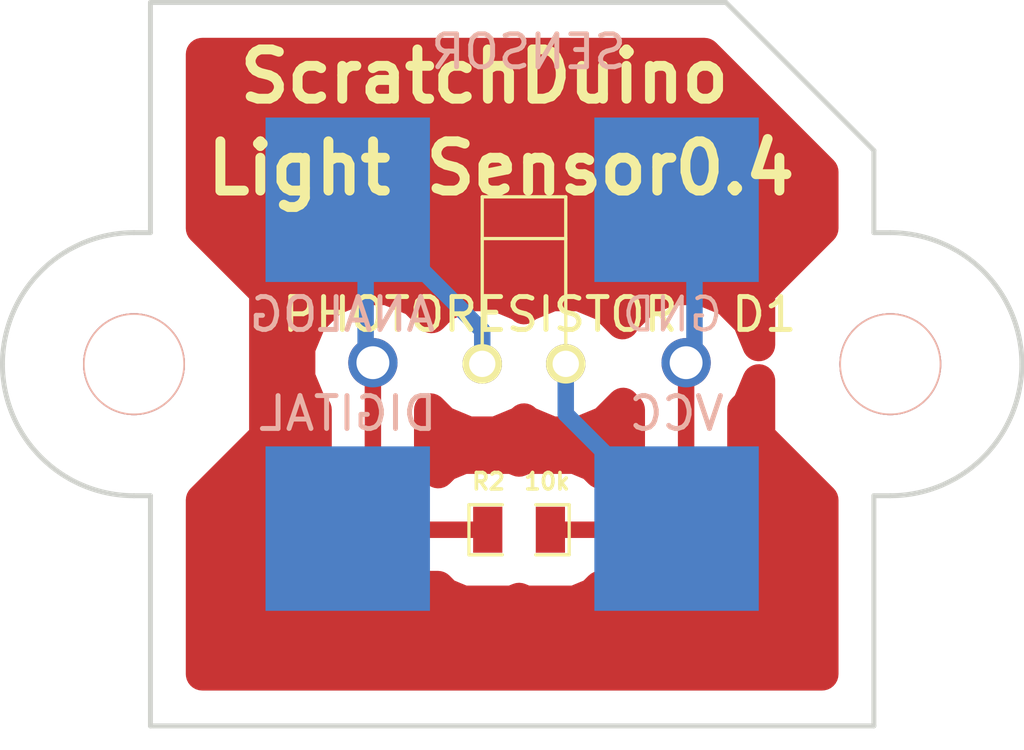
<source format=kicad_pcb>
(kicad_pcb (version 3) (host pcbnew "(2013-may-18)-stable")

  (general
    (links 4)
    (no_connects 0)
    (area 13.488999 14.464999 45.097001 37.773)
    (thickness 1.6)
    (drawings 17)
    (tracks 17)
    (zones 0)
    (modules 3)
    (nets 4)
  )

  (page A3)
  (layers
    (15 F.Cu signal)
    (0 B.Cu signal)
    (16 B.Adhes user hide)
    (17 F.Adhes user hide)
    (18 B.Paste user)
    (19 F.Paste user)
    (20 B.SilkS user)
    (21 F.SilkS user)
    (22 B.Mask user hide)
    (23 F.Mask user)
    (24 Dwgs.User user hide)
    (25 Cmts.User user hide)
    (26 Eco1.User user hide)
    (27 Eco2.User user hide)
    (28 Edge.Cuts user)
  )

  (setup
    (last_trace_width 0.5)
    (trace_clearance 0.254)
    (zone_clearance 1)
    (zone_45_only no)
    (trace_min 0.254)
    (segment_width 0.2)
    (edge_width 0.15)
    (via_size 1.5)
    (via_drill 1)
    (via_min_size 0.889)
    (via_min_drill 0.508)
    (uvia_size 0.508)
    (uvia_drill 0.127)
    (uvias_allowed no)
    (uvia_min_size 0.508)
    (uvia_min_drill 0.127)
    (pcb_text_width 0.3)
    (pcb_text_size 1.5 1.5)
    (mod_edge_width 0.15)
    (mod_text_size 1.5 1.5)
    (mod_text_width 0.15)
    (pad_size 3.1 3.1)
    (pad_drill 3)
    (pad_to_mask_clearance 0.2)
    (aux_axis_origin 0 0)
    (visible_elements FFFFFFBF)
    (pcbplotparams
      (layerselection 284983297)
      (usegerberextensions false)
      (excludeedgelayer true)
      (linewidth 0.100000)
      (plotframeref false)
      (viasonmask false)
      (mode 1)
      (useauxorigin false)
      (hpglpennumber 1)
      (hpglpenspeed 20)
      (hpglpendiameter 15)
      (hpglpenoverlay 2)
      (psnegative false)
      (psa4output false)
      (plotreference true)
      (plotvalue true)
      (plotothertext true)
      (plotinvisibletext false)
      (padsonsilk false)
      (subtractmaskfromsilk false)
      (outputformat 1)
      (mirror false)
      (drillshape 0)
      (scaleselection 1)
      (outputdirectory gerber/))
  )

  (net 0 "")
  (net 1 N-000002)
  (net 2 N-000003)
  (net 3 N-000004)

  (net_class Default "Это класс цепей по умолчанию."
    (clearance 0.254)
    (trace_width 0.5)
    (via_dia 1.5)
    (via_drill 1)
    (uvia_dia 0.508)
    (uvia_drill 0.127)
    (add_net "")
    (add_net N-000002)
    (add_net N-000003)
    (add_net N-000004)
  )

  (module SMD0805 (layer F.Cu) (tedit 55DAB777) (tstamp 55D8D154)
    (at 29.503 30.804 180)
    (path /55D7B939)
    (attr smd)
    (fp_text reference R2 (at 0.928 1.467 180) (layer F.SilkS)
      (effects (font (size 0.50038 0.50038) (thickness 0.10922)))
    )
    (fp_text value 10k (at -0.85 1.467 180) (layer F.SilkS)
      (effects (font (size 0.50038 0.50038) (thickness 0.10922)))
    )
    (fp_line (start -0.508 0.762) (end -1.524 0.762) (layer F.SilkS) (width 0.09906))
    (fp_line (start -1.524 0.762) (end -1.524 -0.762) (layer F.SilkS) (width 0.09906))
    (fp_line (start -1.524 -0.762) (end -0.508 -0.762) (layer F.SilkS) (width 0.09906))
    (fp_line (start 0.508 -0.762) (end 1.524 -0.762) (layer F.SilkS) (width 0.09906))
    (fp_line (start 1.524 -0.762) (end 1.524 0.762) (layer F.SilkS) (width 0.09906))
    (fp_line (start 1.524 0.762) (end 0.508 0.762) (layer F.SilkS) (width 0.09906))
    (pad 1 smd rect (at -0.9525 0 180) (size 0.889 1.397)
      (layers F.Cu F.Paste F.Mask)
      (net 3 N-000004)
    )
    (pad 2 smd rect (at 0.9525 0 180) (size 0.889 1.397)
      (layers F.Cu F.Paste F.Mask)
      (net 2 N-000003)
    )
    (model smd/chip_cms.wrl
      (at (xyz 0 0 0))
      (scale (xyz 0.1 0.1 0.1))
      (rotate (xyz 0 0 0))
    )
  )

  (module PHOTORESISTOR (layer F.Cu) (tedit 55E09B4B) (tstamp 55D8D206)
    (at 28.383 25.759)
    (path /55D7B8F6)
    (fp_text reference D1 (at 8.574 -1.502) (layer F.SilkS)
      (effects (font (size 1 1) (thickness 0.15)))
    )
    (fp_text value PHOTORESISTOR (at -0.062 -1.502) (layer F.SilkS)
      (effects (font (size 1 1) (thickness 0.15)))
    )
    (fp_line (start 0 -3.81) (end 2.54 -3.81) (layer F.SilkS) (width 0.1))
    (fp_line (start 2.54 0) (end 2.54 -5.08) (layer F.SilkS) (width 0.1))
    (fp_line (start 2.54 -5.08) (end 0 -5.08) (layer F.SilkS) (width 0.1))
    (fp_line (start 0 -5.08) (end 0 0) (layer F.SilkS) (width 0.1))
    (pad 2 thru_hole circle (at 0 0) (size 1.2 1.2) (drill 0.8)
      (layers *.Cu *.Mask F.SilkS)
      (net 2 N-000003)
    )
    (pad 1 thru_hole circle (at 2.54 0) (size 1.2 1.2) (drill 0.8)
      (layers *.Cu *.Mask F.SilkS)
      (net 1 N-000002)
    )
  )

  (module SENSOR (layer B.Cu) (tedit 55DECB91) (tstamp 55E09B79)
    (at 40.793 37.269 180)
    (path /55D7B367)
    (fp_text reference P3 (at 11.5 1.5 180) (layer B.SilkS) hide
      (effects (font (size 1 1) (thickness 0.15)) (justify mirror))
    )
    (fp_text value SENSOR (at 11 21 180) (layer B.SilkS)
      (effects (font (size 1 1) (thickness 0.15)) (justify mirror))
    )
    (fp_text user DIGITAL (at 16.5 10 180) (layer B.SilkS)
      (effects (font (size 1 1) (thickness 0.15)) (justify mirror))
    )
    (fp_text user VCC (at 6.5 10 180) (layer B.SilkS)
      (effects (font (size 1 1) (thickness 0.15)) (justify mirror))
    )
    (fp_text user ANALOG (at 16.663 13.012 180) (layer B.SilkS)
      (effects (font (size 1 1) (thickness 0.15)) (justify mirror))
    )
    (fp_text user GND (at 6.63 13.012 180) (layer B.SilkS)
      (effects (font (size 1 1) (thickness 0.125)) (justify mirror))
    )
    (fp_line (start 23 15.5) (end 22.5 15.5) (layer B.SilkS) (width 0.1))
    (fp_line (start 22.5 15.5) (end 22.5 22.5) (layer B.SilkS) (width 0.1))
    (fp_line (start 22.5 0.5) (end 22.5 7.5) (layer B.SilkS) (width 0.1))
    (fp_line (start 22.5 7.5) (end 23 7.5) (layer B.SilkS) (width 0.1))
    (fp_line (start 0 7.5) (end 0.5 7.5) (layer B.SilkS) (width 0.1))
    (fp_line (start 0.5 7.5) (end 0.5 0.5) (layer B.SilkS) (width 0.1))
    (fp_line (start 0 15.5) (end 0.5 15.5) (layer B.SilkS) (width 0.1))
    (fp_line (start 0.5 15.5) (end 0.5 17.5) (layer B.SilkS) (width 0.1))
    (fp_arc (start 23 11.5) (end 27 11.5) (angle -90) (layer B.SilkS) (width 0.1))
    (fp_arc (start 23 11.5) (end 23 15.5) (angle -90) (layer B.SilkS) (width 0.1))
    (fp_arc (start 0 11.5) (end 0 7.5) (angle -90) (layer B.SilkS) (width 0.1))
    (fp_arc (start 0 11.5) (end -4 11.5) (angle -90) (layer B.SilkS) (width 0.1))
    (fp_circle (center 0 11.5) (end 1.5 11.5) (layer B.SilkS) (width 0.1))
    (fp_circle (center 23 11.5) (end 24.5 11.5) (layer B.SilkS) (width 0.1))
    (fp_line (start 0.5 17.5) (end 0.5 18) (layer B.SilkS) (width 0.1))
    (fp_line (start 0.5 18) (end 5 22.5) (layer B.SilkS) (width 0.1))
    (fp_line (start 5 22.5) (end 22.5 22.5) (layer B.SilkS) (width 0.1))
    (fp_line (start 22.5 0.5) (end 0.5 0.5) (layer B.SilkS) (width 0.1))
    (pad 2 smd rect (at 6.5 6.5 180) (size 5 5)
      (layers B.Cu B.Mask)
      (net 1 N-000002)
      (solder_mask_margin 0.1)
    )
    (pad 3 smd rect (at 16.5 6.5 180) (size 5 5)
      (layers B.Cu B.Mask)
    )
    (pad 1 smd rect (at 6.5 16.5 180) (size 5 5)
      (layers B.Cu B.Mask)
      (net 3 N-000004)
    )
    (pad 4 smd rect (at 16.5 16.5 180) (size 5 5)
      (layers B.Cu B.Mask)
      (net 2 N-000003)
    )
    (pad "" np_thru_hole circle (at 0 11.5 180) (size 3.1 3.1) (drill 3)
      (layers *.Cu *.Mask B.SilkS)
    )
    (pad "" np_thru_hole circle (at 23 11.5 180) (size 3.1 3.1) (drill 3)
      (layers *.Cu *.Mask B.SilkS)
    )
  )

  (gr_text "Light Sensor0.4" (at 28.956 19.812) (layer F.SilkS)
    (effects (font (size 1.5 1.5) (thickness 0.3)))
  )
  (gr_text ScratchDuino (at 28.448 17.018) (layer F.SilkS)
    (effects (font (size 1.5 1.5) (thickness 0.3)))
  )
  (gr_arc (start 17.793 25.769) (end 17.793 29.769) (angle 90) (layer Edge.Cuts) (width 0.15))
  (gr_arc (start 17.793 25.769) (end 13.793 25.769) (angle 90) (layer Edge.Cuts) (width 0.15))
  (gr_arc (start 40.793 25.769) (end 44.793 25.769) (angle 90) (layer Edge.Cuts) (width 0.15))
  (gr_arc (start 40.793 25.769) (end 40.793 21.769) (angle 90) (layer Edge.Cuts) (width 0.15))
  (gr_line (start 40.293 29.769) (end 40.793 29.769) (angle 90) (layer Edge.Cuts) (width 0.15))
  (gr_line (start 40.293 21.769) (end 40.793 21.769) (angle 90) (layer Edge.Cuts) (width 0.15))
  (gr_line (start 17.793 29.769) (end 18.293 29.769) (angle 90) (layer Edge.Cuts) (width 0.15))
  (gr_line (start 18.293 21.769) (end 17.793 21.769) (angle 90) (layer Edge.Cuts) (width 0.15))
  (gr_line (start 18.293 14.769) (end 18.293 21.769) (angle 90) (layer Edge.Cuts) (width 0.15))
  (gr_line (start 35.793 14.769) (end 18.293 14.769) (angle 90) (layer Edge.Cuts) (width 0.15))
  (gr_line (start 40.293 19.269) (end 35.793 14.769) (angle 90) (layer Edge.Cuts) (width 0.15))
  (gr_line (start 40.293 21.769) (end 40.293 19.269) (angle 90) (layer Edge.Cuts) (width 0.15))
  (gr_line (start 40.293 36.769) (end 40.293 29.769) (angle 90) (layer Edge.Cuts) (width 0.15))
  (gr_line (start 18.293 36.769) (end 40.293 36.769) (angle 90) (layer Edge.Cuts) (width 0.15))
  (gr_line (start 18.293 36.769) (end 18.293 29.769) (angle 90) (layer Edge.Cuts) (width 0.15))

  (segment (start 30.923 25.759) (end 30.923 27.283) (width 0.5) (layer B.Cu) (net 1))
  (segment (start 30.923 27.283) (end 34.837 31.197) (width 0.5) (layer B.Cu) (net 1) (tstamp 55D8DF56) (status 20))
  (segment (start 24.837 21.197) (end 24.837 25.503) (width 0.5) (layer B.Cu) (net 2))
  (segment (start 26.328 30.804) (end 28.5505 30.804) (width 0.5) (layer F.Cu) (net 2) (tstamp 55D8E8E7))
  (segment (start 25.058 29.534) (end 26.328 30.804) (width 0.5) (layer F.Cu) (net 2) (tstamp 55D8E8E6))
  (segment (start 25.058 25.724) (end 25.058 29.534) (width 0.5) (layer F.Cu) (net 2) (tstamp 55D8E8E5))
  (via (at 25.058 25.724) (size 1.5) (layers F.Cu B.Cu) (net 2))
  (segment (start 24.837 25.503) (end 25.058 25.724) (width 0.5) (layer B.Cu) (net 2) (tstamp 55D8E8DE))
  (segment (start 24.837 21.197) (end 24.837 20.7325) (width 0.5) (layer B.Cu) (net 2) (status 30))
  (segment (start 28.383 24.743) (end 24.837 21.197) (width 0.5) (layer B.Cu) (net 2) (tstamp 55D8DF52) (status 20))
  (segment (start 28.383 25.759) (end 28.383 24.743) (width 0.5) (layer B.Cu) (net 2))
  (segment (start 34.837 21.197) (end 34.837 25.47) (width 0.5) (layer B.Cu) (net 3))
  (segment (start 33.313 30.804) (end 30.4555 30.804) (width 0.5) (layer F.Cu) (net 3) (tstamp 55D8E8F2))
  (segment (start 34.583 29.534) (end 33.313 30.804) (width 0.5) (layer F.Cu) (net 3) (tstamp 55D8E8F1))
  (segment (start 34.583 25.724) (end 34.583 29.534) (width 0.5) (layer F.Cu) (net 3) (tstamp 55D8E8F0))
  (via (at 34.583 25.724) (size 1.5) (layers F.Cu B.Cu) (net 3))
  (segment (start 34.837 25.47) (end 34.583 25.724) (width 0.5) (layer B.Cu) (net 3) (tstamp 55D8E8EB))

  (zone (net 0) (net_name "") (layer F.Cu) (tstamp 55D8EB15) (hatch edge 0.508)
    (connect_pads (clearance 1))
    (min_thickness 1)
    (fill (arc_segments 16) (thermal_gap 1) (thermal_bridge_width 1.2))
    (polygon
      (pts
        (xy 40.293 36.769) (xy 18.293 36.769) (xy 18.293 29.769) (xy 19.293 29.769) (xy 21.293 27.769)
        (xy 21.293 23.769) (xy 19.293 21.769) (xy 18.293 21.769) (xy 18.293 14.769) (xy 35.793 14.769)
        (xy 40.293 19.269) (xy 40.293 21.769) (xy 39.293 21.769) (xy 37.293 23.769) (xy 37.293 27.769)
        (xy 39.293 29.769) (xy 40.293 29.769)
      )
    )
    (filled_polygon
      (pts
        (xy 32.833 28.809126) (xy 32.588126 29.054) (xy 31.969804 29.054) (xy 31.750791 28.834604) (xy 31.199678 28.605762)
        (xy 30.602941 28.605241) (xy 29.713941 28.605241) (xy 29.503163 28.692332) (xy 29.294678 28.605762) (xy 28.697941 28.605241)
        (xy 27.808941 28.605241) (xy 27.257429 28.833121) (xy 27.044526 29.045652) (xy 26.808 28.809126) (xy 26.808 27.156259)
        (xy 26.809283 27.154977) (xy 27.191893 27.538255) (xy 27.963452 27.858634) (xy 28.798883 27.859363) (xy 29.571 27.540331)
        (xy 29.652624 27.458848) (xy 29.731893 27.538255) (xy 30.503452 27.858634) (xy 31.338883 27.859363) (xy 32.111 27.540331)
        (xy 32.66888 26.983423) (xy 32.674431 26.996858) (xy 32.833 27.155704) (xy 32.833 28.809126)
      )
    )
    (filled_polygon
      (pts
        (xy 38.718 35.194) (xy 19.868 35.194) (xy 19.868 29.901107) (xy 21.793 27.976107) (xy 21.793 23.561893)
        (xy 19.868 21.636893) (xy 19.868 16.344) (xy 35.140614 16.344) (xy 38.718 19.921386) (xy 38.718 21.636893)
        (xy 36.793 23.561893) (xy 36.793 25.180659) (xy 36.491569 24.451142) (xy 35.859187 23.817655) (xy 35.032516 23.474392)
        (xy 34.137411 23.47361) (xy 33.310142 23.815431) (xy 32.676655 24.447813) (xy 32.64866 24.515232) (xy 32.114107 23.979745)
        (xy 31.342548 23.659366) (xy 30.507117 23.658637) (xy 29.735 23.977669) (xy 29.653375 24.059151) (xy 29.574107 23.979745)
        (xy 28.802548 23.659366) (xy 27.967117 23.658637) (xy 27.195 23.977669) (xy 26.843849 24.328207) (xy 26.334187 23.817655)
        (xy 25.507516 23.474392) (xy 24.612411 23.47361) (xy 23.785142 23.815431) (xy 23.151655 24.447813) (xy 22.808392 25.274484)
        (xy 22.80761 26.169589) (xy 23.149431 26.996858) (xy 23.308 27.155704) (xy 23.308 29.534) (xy 23.441211 30.203696)
        (xy 23.820563 30.771437) (xy 25.090563 32.041437) (xy 25.658304 32.420789) (xy 26.328 32.554) (xy 27.036195 32.554)
        (xy 27.255209 32.773396) (xy 27.806322 33.002238) (xy 28.403059 33.002759) (xy 29.292059 33.002759) (xy 29.502836 32.915667)
        (xy 29.711322 33.002238) (xy 30.308059 33.002759) (xy 31.197059 33.002759) (xy 31.748571 32.774879) (xy 31.969836 32.554)
        (xy 33.313 32.554) (xy 33.982696 32.420789) (xy 34.550437 32.041437) (xy 35.820437 30.771437) (xy 36.199789 30.203696)
        (xy 36.333 29.534) (xy 36.333 27.156259) (xy 36.489345 27.000187) (xy 36.793 26.268902) (xy 36.793 27.976107)
        (xy 38.718 29.901107) (xy 38.718 35.194)
      )
    )
  )
)

</source>
